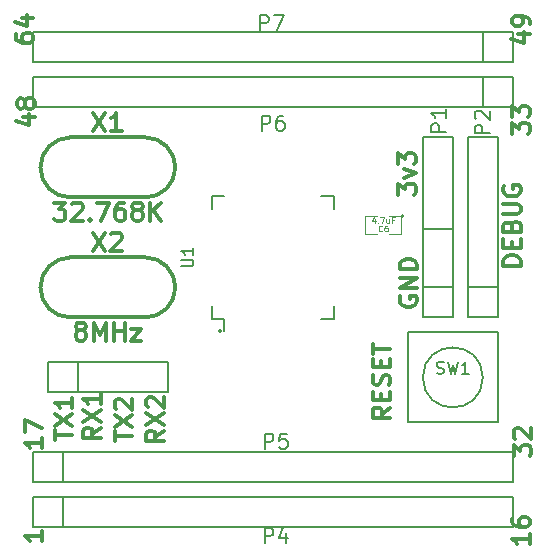
<source format=gto>
%FSLAX46Y46*%
G04 Gerber Fmt 4.6, Leading zero omitted, Abs format (unit mm)*
G04 Created by KiCad (PCBNEW (20140926 BZR5148)-product) date Sat 01 Nov 2014 11:29:57 PM CDT*
%MOMM*%
G01*
G04 APERTURE LIST*
%ADD10C,0.150000*%
%ADD11C,0.300000*%
%ADD12C,0.200000*%
%ADD13C,0.099060*%
%ADD14C,0.127000*%
%ADD15C,0.317500*%
%ADD16C,0.109220*%
%ADD17C,0.203200*%
%ADD18C,0.304800*%
G04 APERTURE END LIST*
D10*
D11*
X188400571Y-135429571D02*
X189400571Y-135429571D01*
X187829143Y-135786714D02*
X188900571Y-136143857D01*
X188900571Y-135215285D01*
X188543429Y-134429571D02*
X188472000Y-134572429D01*
X188400571Y-134643857D01*
X188257714Y-134715286D01*
X188186286Y-134715286D01*
X188043429Y-134643857D01*
X187972000Y-134572429D01*
X187900571Y-134429571D01*
X187900571Y-134143857D01*
X187972000Y-134001000D01*
X188043429Y-133929571D01*
X188186286Y-133858143D01*
X188257714Y-133858143D01*
X188400571Y-133929571D01*
X188472000Y-134001000D01*
X188543429Y-134143857D01*
X188543429Y-134429571D01*
X188614857Y-134572429D01*
X188686286Y-134643857D01*
X188829143Y-134715286D01*
X189114857Y-134715286D01*
X189257714Y-134643857D01*
X189329143Y-134572429D01*
X189400571Y-134429571D01*
X189400571Y-134143857D01*
X189329143Y-134001000D01*
X189257714Y-133929571D01*
X189114857Y-133858143D01*
X188829143Y-133858143D01*
X188686286Y-133929571D01*
X188614857Y-134001000D01*
X188543429Y-134143857D01*
X187773571Y-128444571D02*
X187773571Y-128730285D01*
X187845000Y-128873142D01*
X187916429Y-128944571D01*
X188130714Y-129087428D01*
X188416429Y-129158857D01*
X188987857Y-129158857D01*
X189130714Y-129087428D01*
X189202143Y-129016000D01*
X189273571Y-128873142D01*
X189273571Y-128587428D01*
X189202143Y-128444571D01*
X189130714Y-128373142D01*
X188987857Y-128301714D01*
X188630714Y-128301714D01*
X188487857Y-128373142D01*
X188416429Y-128444571D01*
X188345000Y-128587428D01*
X188345000Y-128873142D01*
X188416429Y-129016000D01*
X188487857Y-129087428D01*
X188630714Y-129158857D01*
X188273571Y-127016000D02*
X189273571Y-127016000D01*
X187702143Y-127373143D02*
X188773571Y-127730286D01*
X188773571Y-126801714D01*
X230310571Y-128444571D02*
X231310571Y-128444571D01*
X229739143Y-128801714D02*
X230810571Y-129158857D01*
X230810571Y-128230285D01*
X231310571Y-127587429D02*
X231310571Y-127301714D01*
X231239143Y-127158857D01*
X231167714Y-127087429D01*
X230953429Y-126944571D01*
X230667714Y-126873143D01*
X230096286Y-126873143D01*
X229953429Y-126944571D01*
X229882000Y-127016000D01*
X229810571Y-127158857D01*
X229810571Y-127444571D01*
X229882000Y-127587429D01*
X229953429Y-127658857D01*
X230096286Y-127730286D01*
X230453429Y-127730286D01*
X230596286Y-127658857D01*
X230667714Y-127587429D01*
X230739143Y-127444571D01*
X230739143Y-127158857D01*
X230667714Y-127016000D01*
X230596286Y-126944571D01*
X230453429Y-126873143D01*
X229810571Y-136850285D02*
X229810571Y-135921714D01*
X230382000Y-136421714D01*
X230382000Y-136207428D01*
X230453429Y-136064571D01*
X230524857Y-135993142D01*
X230667714Y-135921714D01*
X231024857Y-135921714D01*
X231167714Y-135993142D01*
X231239143Y-136064571D01*
X231310571Y-136207428D01*
X231310571Y-136636000D01*
X231239143Y-136778857D01*
X231167714Y-136850285D01*
X229810571Y-135421714D02*
X229810571Y-134493143D01*
X230382000Y-134993143D01*
X230382000Y-134778857D01*
X230453429Y-134636000D01*
X230524857Y-134564571D01*
X230667714Y-134493143D01*
X231024857Y-134493143D01*
X231167714Y-134564571D01*
X231239143Y-134636000D01*
X231310571Y-134778857D01*
X231310571Y-135207429D01*
X231239143Y-135350286D01*
X231167714Y-135421714D01*
X229937571Y-164155285D02*
X229937571Y-163226714D01*
X230509000Y-163726714D01*
X230509000Y-163512428D01*
X230580429Y-163369571D01*
X230651857Y-163298142D01*
X230794714Y-163226714D01*
X231151857Y-163226714D01*
X231294714Y-163298142D01*
X231366143Y-163369571D01*
X231437571Y-163512428D01*
X231437571Y-163941000D01*
X231366143Y-164083857D01*
X231294714Y-164155285D01*
X230080429Y-162655286D02*
X230009000Y-162583857D01*
X229937571Y-162441000D01*
X229937571Y-162083857D01*
X230009000Y-161941000D01*
X230080429Y-161869571D01*
X230223286Y-161798143D01*
X230366143Y-161798143D01*
X230580429Y-161869571D01*
X231437571Y-162726714D01*
X231437571Y-161798143D01*
X231310571Y-170719714D02*
X231310571Y-171576857D01*
X231310571Y-171148285D02*
X229810571Y-171148285D01*
X230024857Y-171291142D01*
X230167714Y-171434000D01*
X230239143Y-171576857D01*
X229810571Y-169434000D02*
X229810571Y-169719714D01*
X229882000Y-169862571D01*
X229953429Y-169934000D01*
X230167714Y-170076857D01*
X230453429Y-170148286D01*
X231024857Y-170148286D01*
X231167714Y-170076857D01*
X231239143Y-170005429D01*
X231310571Y-169862571D01*
X231310571Y-169576857D01*
X231239143Y-169434000D01*
X231167714Y-169362571D01*
X231024857Y-169291143D01*
X230667714Y-169291143D01*
X230524857Y-169362571D01*
X230453429Y-169434000D01*
X230382000Y-169576857D01*
X230382000Y-169862571D01*
X230453429Y-170005429D01*
X230524857Y-170076857D01*
X230667714Y-170148286D01*
X190035571Y-162591714D02*
X190035571Y-163448857D01*
X190035571Y-163020285D02*
X188535571Y-163020285D01*
X188749857Y-163163142D01*
X188892714Y-163306000D01*
X188964143Y-163448857D01*
X188535571Y-162091714D02*
X188535571Y-161091714D01*
X190035571Y-161734571D01*
X190035571Y-170513428D02*
X190035571Y-171370571D01*
X190035571Y-170941999D02*
X188535571Y-170941999D01*
X188749857Y-171084856D01*
X188892714Y-171227714D01*
X188964143Y-171370571D01*
X219499571Y-160039571D02*
X218785286Y-160539571D01*
X219499571Y-160896714D02*
X217999571Y-160896714D01*
X217999571Y-160325286D01*
X218071000Y-160182428D01*
X218142429Y-160111000D01*
X218285286Y-160039571D01*
X218499571Y-160039571D01*
X218642429Y-160111000D01*
X218713857Y-160182428D01*
X218785286Y-160325286D01*
X218785286Y-160896714D01*
X218713857Y-159396714D02*
X218713857Y-158896714D01*
X219499571Y-158682428D02*
X219499571Y-159396714D01*
X217999571Y-159396714D01*
X217999571Y-158682428D01*
X219428143Y-158111000D02*
X219499571Y-157896714D01*
X219499571Y-157539571D01*
X219428143Y-157396714D01*
X219356714Y-157325285D01*
X219213857Y-157253857D01*
X219071000Y-157253857D01*
X218928143Y-157325285D01*
X218856714Y-157396714D01*
X218785286Y-157539571D01*
X218713857Y-157825285D01*
X218642429Y-157968143D01*
X218571000Y-158039571D01*
X218428143Y-158111000D01*
X218285286Y-158111000D01*
X218142429Y-158039571D01*
X218071000Y-157968143D01*
X217999571Y-157825285D01*
X217999571Y-157468143D01*
X218071000Y-157253857D01*
X218713857Y-156611000D02*
X218713857Y-156111000D01*
X219499571Y-155896714D02*
X219499571Y-156611000D01*
X217999571Y-156611000D01*
X217999571Y-155896714D01*
X217999571Y-155468143D02*
X217999571Y-154611000D01*
X219499571Y-155039571D02*
X217999571Y-155039571D01*
X200322571Y-162000285D02*
X199608286Y-162500285D01*
X200322571Y-162857428D02*
X198822571Y-162857428D01*
X198822571Y-162286000D01*
X198894000Y-162143142D01*
X198965429Y-162071714D01*
X199108286Y-162000285D01*
X199322571Y-162000285D01*
X199465429Y-162071714D01*
X199536857Y-162143142D01*
X199608286Y-162286000D01*
X199608286Y-162857428D01*
X198822571Y-161500285D02*
X200322571Y-160500285D01*
X198822571Y-160500285D02*
X200322571Y-161500285D01*
X198965429Y-160000286D02*
X198894000Y-159928857D01*
X198822571Y-159786000D01*
X198822571Y-159428857D01*
X198894000Y-159286000D01*
X198965429Y-159214571D01*
X199108286Y-159143143D01*
X199251143Y-159143143D01*
X199465429Y-159214571D01*
X200322571Y-160071714D01*
X200322571Y-159143143D01*
X196155571Y-162893142D02*
X196155571Y-162035999D01*
X197655571Y-162464570D02*
X196155571Y-162464570D01*
X196155571Y-161678856D02*
X197655571Y-160678856D01*
X196155571Y-160678856D02*
X197655571Y-161678856D01*
X196298429Y-160178857D02*
X196227000Y-160107428D01*
X196155571Y-159964571D01*
X196155571Y-159607428D01*
X196227000Y-159464571D01*
X196298429Y-159393142D01*
X196441286Y-159321714D01*
X196584143Y-159321714D01*
X196798429Y-159393142D01*
X197655571Y-160250285D01*
X197655571Y-159321714D01*
X194988571Y-161746285D02*
X194274286Y-162246285D01*
X194988571Y-162603428D02*
X193488571Y-162603428D01*
X193488571Y-162032000D01*
X193560000Y-161889142D01*
X193631429Y-161817714D01*
X193774286Y-161746285D01*
X193988571Y-161746285D01*
X194131429Y-161817714D01*
X194202857Y-161889142D01*
X194274286Y-162032000D01*
X194274286Y-162603428D01*
X193488571Y-161246285D02*
X194988571Y-160246285D01*
X193488571Y-160246285D02*
X194988571Y-161246285D01*
X194988571Y-158889143D02*
X194988571Y-159746286D01*
X194988571Y-159317714D02*
X193488571Y-159317714D01*
X193702857Y-159460571D01*
X193845714Y-159603429D01*
X193917143Y-159746286D01*
X191075571Y-162766142D02*
X191075571Y-161908999D01*
X192575571Y-162337570D02*
X191075571Y-162337570D01*
X191075571Y-161551856D02*
X192575571Y-160551856D01*
X191075571Y-160551856D02*
X192575571Y-161551856D01*
X192575571Y-159194714D02*
X192575571Y-160051857D01*
X192575571Y-159623285D02*
X191075571Y-159623285D01*
X191289857Y-159766142D01*
X191432714Y-159909000D01*
X191504143Y-160051857D01*
X230548571Y-148010143D02*
X229048571Y-148010143D01*
X229048571Y-147653000D01*
X229120000Y-147438715D01*
X229262857Y-147295857D01*
X229405714Y-147224429D01*
X229691429Y-147153000D01*
X229905714Y-147153000D01*
X230191429Y-147224429D01*
X230334286Y-147295857D01*
X230477143Y-147438715D01*
X230548571Y-147653000D01*
X230548571Y-148010143D01*
X229762857Y-146510143D02*
X229762857Y-146010143D01*
X230548571Y-145795857D02*
X230548571Y-146510143D01*
X229048571Y-146510143D01*
X229048571Y-145795857D01*
X229762857Y-144653000D02*
X229834286Y-144438714D01*
X229905714Y-144367286D01*
X230048571Y-144295857D01*
X230262857Y-144295857D01*
X230405714Y-144367286D01*
X230477143Y-144438714D01*
X230548571Y-144581572D01*
X230548571Y-145153000D01*
X229048571Y-145153000D01*
X229048571Y-144653000D01*
X229120000Y-144510143D01*
X229191429Y-144438714D01*
X229334286Y-144367286D01*
X229477143Y-144367286D01*
X229620000Y-144438714D01*
X229691429Y-144510143D01*
X229762857Y-144653000D01*
X229762857Y-145153000D01*
X229048571Y-143653000D02*
X230262857Y-143653000D01*
X230405714Y-143581572D01*
X230477143Y-143510143D01*
X230548571Y-143367286D01*
X230548571Y-143081572D01*
X230477143Y-142938714D01*
X230405714Y-142867286D01*
X230262857Y-142795857D01*
X229048571Y-142795857D01*
X229120000Y-141295857D02*
X229048571Y-141438714D01*
X229048571Y-141653000D01*
X229120000Y-141867285D01*
X229262857Y-142010143D01*
X229405714Y-142081571D01*
X229691429Y-142153000D01*
X229905714Y-142153000D01*
X230191429Y-142081571D01*
X230334286Y-142010143D01*
X230477143Y-141867285D01*
X230548571Y-141653000D01*
X230548571Y-141510143D01*
X230477143Y-141295857D01*
X230405714Y-141224428D01*
X229905714Y-141224428D01*
X229905714Y-141510143D01*
D12*
X222250000Y-144907000D02*
X224790000Y-144907000D01*
D11*
X220357000Y-150621857D02*
X220285571Y-150764714D01*
X220285571Y-150979000D01*
X220357000Y-151193285D01*
X220499857Y-151336143D01*
X220642714Y-151407571D01*
X220928429Y-151479000D01*
X221142714Y-151479000D01*
X221428429Y-151407571D01*
X221571286Y-151336143D01*
X221714143Y-151193285D01*
X221785571Y-150979000D01*
X221785571Y-150836143D01*
X221714143Y-150621857D01*
X221642714Y-150550428D01*
X221142714Y-150550428D01*
X221142714Y-150836143D01*
X221785571Y-149907571D02*
X220285571Y-149907571D01*
X221785571Y-149050428D01*
X220285571Y-149050428D01*
X221785571Y-148336142D02*
X220285571Y-148336142D01*
X220285571Y-147978999D01*
X220357000Y-147764714D01*
X220499857Y-147621856D01*
X220642714Y-147550428D01*
X220928429Y-147478999D01*
X221142714Y-147478999D01*
X221428429Y-147550428D01*
X221571286Y-147621856D01*
X221714143Y-147764714D01*
X221785571Y-147978999D01*
X221785571Y-148336142D01*
X220158571Y-141993713D02*
X220158571Y-141065142D01*
X220730000Y-141565142D01*
X220730000Y-141350856D01*
X220801429Y-141207999D01*
X220872857Y-141136570D01*
X221015714Y-141065142D01*
X221372857Y-141065142D01*
X221515714Y-141136570D01*
X221587143Y-141207999D01*
X221658571Y-141350856D01*
X221658571Y-141779428D01*
X221587143Y-141922285D01*
X221515714Y-141993713D01*
X220658571Y-140565142D02*
X221658571Y-140207999D01*
X220658571Y-139850857D01*
X220158571Y-139422285D02*
X220158571Y-138493714D01*
X220730000Y-138993714D01*
X220730000Y-138779428D01*
X220801429Y-138636571D01*
X220872857Y-138565142D01*
X221015714Y-138493714D01*
X221372857Y-138493714D01*
X221515714Y-138565142D01*
X221587143Y-138636571D01*
X221658571Y-138779428D01*
X221658571Y-139208000D01*
X221587143Y-139350857D01*
X221515714Y-139422285D01*
D12*
X205232000Y-153543000D02*
G75*
G03X205232000Y-153543000I-127000J0D01*
G74*
G01*
D10*
X204375000Y-152495000D02*
X205450000Y-152495000D01*
X204375000Y-142145000D02*
X205450000Y-142145000D01*
X214725000Y-142145000D02*
X213650000Y-142145000D01*
X214725000Y-152495000D02*
X213650000Y-152495000D01*
X204375000Y-152495000D02*
X204375000Y-151420000D01*
X214725000Y-152495000D02*
X214725000Y-151420000D01*
X214725000Y-142145000D02*
X214725000Y-143220000D01*
X204375000Y-142145000D02*
X204375000Y-143220000D01*
X205450000Y-152495000D02*
X205450000Y-153520000D01*
D13*
X220675200Y-143814800D02*
G75*
G03X220675200Y-143814800I-127000J0D01*
G74*
G01*
X219405200Y-143814800D02*
X220421200Y-143814800D01*
X220421200Y-143814800D02*
X220421200Y-145338800D01*
X220421200Y-145338800D02*
X219405200Y-145338800D01*
X218389200Y-145338800D02*
X217373200Y-145338800D01*
X217373200Y-145338800D02*
X217373200Y-143814800D01*
X217373200Y-143814800D02*
X218389200Y-143814800D01*
D10*
X222250000Y-149860000D02*
X222250000Y-137160000D01*
X222250000Y-137160000D02*
X224790000Y-137160000D01*
X224790000Y-137160000D02*
X224790000Y-149860000D01*
X222250000Y-152400000D02*
X222250000Y-149860000D01*
X222250000Y-149860000D02*
X224790000Y-149860000D01*
X222250000Y-152400000D02*
X224790000Y-152400000D01*
X224790000Y-152400000D02*
X224790000Y-149860000D01*
X226060000Y-149860000D02*
X226060000Y-137160000D01*
X226060000Y-137160000D02*
X228600000Y-137160000D01*
X228600000Y-137160000D02*
X228600000Y-149860000D01*
X226060000Y-152400000D02*
X226060000Y-149860000D01*
X226060000Y-149860000D02*
X228600000Y-149860000D01*
X226060000Y-152400000D02*
X228600000Y-152400000D01*
X228600000Y-152400000D02*
X228600000Y-149860000D01*
X193040000Y-158750000D02*
X200660000Y-158750000D01*
X193040000Y-156210000D02*
X200660000Y-156210000D01*
X190500000Y-156210000D02*
X193040000Y-156210000D01*
X200660000Y-158750000D02*
X200660000Y-156210000D01*
X193040000Y-156210000D02*
X193040000Y-158750000D01*
X190500000Y-156210000D02*
X190500000Y-158750000D01*
X190500000Y-158750000D02*
X193040000Y-158750000D01*
X191770000Y-170180000D02*
X229870000Y-170180000D01*
X229870000Y-170180000D02*
X229870000Y-167640000D01*
X229870000Y-167640000D02*
X191770000Y-167640000D01*
X189230000Y-167640000D02*
X191770000Y-167640000D01*
X191770000Y-167640000D02*
X191770000Y-170180000D01*
X189230000Y-167640000D02*
X189230000Y-170180000D01*
X189230000Y-170180000D02*
X191770000Y-170180000D01*
X191770000Y-166370000D02*
X229870000Y-166370000D01*
X229870000Y-166370000D02*
X229870000Y-163830000D01*
X229870000Y-163830000D02*
X191770000Y-163830000D01*
X189230000Y-163830000D02*
X191770000Y-163830000D01*
X191770000Y-163830000D02*
X191770000Y-166370000D01*
X189230000Y-163830000D02*
X189230000Y-166370000D01*
X189230000Y-166370000D02*
X191770000Y-166370000D01*
X227330000Y-132080000D02*
X189230000Y-132080000D01*
X189230000Y-132080000D02*
X189230000Y-134620000D01*
X189230000Y-134620000D02*
X227330000Y-134620000D01*
X229870000Y-134620000D02*
X227330000Y-134620000D01*
X227330000Y-134620000D02*
X227330000Y-132080000D01*
X229870000Y-134620000D02*
X229870000Y-132080000D01*
X229870000Y-132080000D02*
X227330000Y-132080000D01*
X227330000Y-128270000D02*
X189230000Y-128270000D01*
X189230000Y-128270000D02*
X189230000Y-130810000D01*
X189230000Y-130810000D02*
X227330000Y-130810000D01*
X229870000Y-130810000D02*
X227330000Y-130810000D01*
X227330000Y-130810000D02*
X227330000Y-128270000D01*
X229870000Y-130810000D02*
X229870000Y-128270000D01*
X229870000Y-128270000D02*
X227330000Y-128270000D01*
D14*
X227330000Y-157480000D02*
G75*
G03X227330000Y-157480000I-2540000J0D01*
G74*
G01*
X220980000Y-153670000D02*
X228600000Y-153670000D01*
X228600000Y-153670000D02*
X228600000Y-161290000D01*
X228600000Y-161290000D02*
X220980000Y-161290000D01*
X220980000Y-153670000D02*
X220980000Y-161290000D01*
D15*
X192405000Y-142240000D02*
X198755000Y-142240000D01*
X192405000Y-137160000D02*
X198755000Y-137160000D01*
X201295000Y-139700000D02*
G75*
G03X198755000Y-137160000I-2540000J0D01*
G74*
G01*
X198755000Y-142240000D02*
G75*
G03X201295000Y-139700000I0J2540000D01*
G74*
G01*
X192405000Y-137160000D02*
G75*
G03X189865000Y-139700000I0J-2540000D01*
G74*
G01*
X189865000Y-139700000D02*
G75*
G03X192405000Y-142240000I2540000J0D01*
G74*
G01*
X192405000Y-152400000D02*
X198755000Y-152400000D01*
X192405000Y-147320000D02*
X198755000Y-147320000D01*
X201295000Y-149860000D02*
G75*
G03X198755000Y-147320000I-2540000J0D01*
G74*
G01*
X198755000Y-152400000D02*
G75*
G03X201295000Y-149860000I0J2540000D01*
G74*
G01*
X192405000Y-147320000D02*
G75*
G03X189865000Y-149860000I0J-2540000D01*
G74*
G01*
X189865000Y-149860000D02*
G75*
G03X192405000Y-152400000I2540000J0D01*
G74*
G01*
D10*
X201802381Y-148081905D02*
X202611905Y-148081905D01*
X202707143Y-148034286D01*
X202754762Y-147986667D01*
X202802381Y-147891429D01*
X202802381Y-147700952D01*
X202754762Y-147605714D01*
X202707143Y-147558095D01*
X202611905Y-147510476D01*
X201802381Y-147510476D01*
X202802381Y-146510476D02*
X202802381Y-147081905D01*
X202802381Y-146796191D02*
X201802381Y-146796191D01*
X201945238Y-146891429D01*
X202040476Y-146986667D01*
X202088095Y-147081905D01*
D16*
X218813804Y-145073007D02*
X218789976Y-145096835D01*
X218718493Y-145120662D01*
X218670838Y-145120662D01*
X218599355Y-145096835D01*
X218551700Y-145049180D01*
X218527872Y-145001524D01*
X218504044Y-144906214D01*
X218504044Y-144834731D01*
X218527872Y-144739420D01*
X218551700Y-144691765D01*
X218599355Y-144644110D01*
X218670838Y-144620282D01*
X218718493Y-144620282D01*
X218789976Y-144644110D01*
X218813804Y-144667938D01*
X219242701Y-144620282D02*
X219147390Y-144620282D01*
X219099735Y-144644110D01*
X219075907Y-144667938D01*
X219028252Y-144739420D01*
X219004424Y-144834731D01*
X219004424Y-145025352D01*
X219028252Y-145073007D01*
X219052080Y-145096835D01*
X219099735Y-145120662D01*
X219195045Y-145120662D01*
X219242701Y-145096835D01*
X219266528Y-145073007D01*
X219290356Y-145025352D01*
X219290356Y-144906214D01*
X219266528Y-144858559D01*
X219242701Y-144834731D01*
X219195045Y-144810903D01*
X219099735Y-144810903D01*
X219052080Y-144834731D01*
X219028252Y-144858559D01*
X219004424Y-144906214D01*
X218194286Y-144088576D02*
X218194286Y-144422162D01*
X218075148Y-143897955D02*
X217956009Y-144255369D01*
X218265769Y-144255369D01*
X218456389Y-144374507D02*
X218480217Y-144398335D01*
X218456389Y-144422162D01*
X218432561Y-144398335D01*
X218456389Y-144374507D01*
X218456389Y-144422162D01*
X218647010Y-143921782D02*
X218980597Y-143921782D01*
X218766148Y-144422162D01*
X219385666Y-144088576D02*
X219385666Y-144422162D01*
X219171217Y-144088576D02*
X219171217Y-144350680D01*
X219195045Y-144398335D01*
X219242700Y-144422162D01*
X219314183Y-144422162D01*
X219361838Y-144398335D01*
X219385666Y-144374507D01*
X219790735Y-144160059D02*
X219623942Y-144160059D01*
X219623942Y-144422162D02*
X219623942Y-143921782D01*
X219862218Y-143921782D01*
D17*
X224221524Y-136700381D02*
X222951524Y-136700381D01*
X222951524Y-136216572D01*
X223012000Y-136095619D01*
X223072476Y-136035143D01*
X223193429Y-135974667D01*
X223374857Y-135974667D01*
X223495810Y-136035143D01*
X223556286Y-136095619D01*
X223616762Y-136216572D01*
X223616762Y-136700381D01*
X224221524Y-134765143D02*
X224221524Y-135490857D01*
X224221524Y-135128000D02*
X222951524Y-135128000D01*
X223132952Y-135248952D01*
X223253905Y-135369905D01*
X223314381Y-135490857D01*
X227904524Y-136827381D02*
X226634524Y-136827381D01*
X226634524Y-136343572D01*
X226695000Y-136222619D01*
X226755476Y-136162143D01*
X226876429Y-136101667D01*
X227057857Y-136101667D01*
X227178810Y-136162143D01*
X227239286Y-136222619D01*
X227299762Y-136343572D01*
X227299762Y-136827381D01*
X226755476Y-135617857D02*
X226695000Y-135557381D01*
X226634524Y-135436429D01*
X226634524Y-135134048D01*
X226695000Y-135013095D01*
X226755476Y-134952619D01*
X226876429Y-134892143D01*
X226997381Y-134892143D01*
X227178810Y-134952619D01*
X227904524Y-135678333D01*
X227904524Y-134892143D01*
X208866619Y-171516524D02*
X208866619Y-170246524D01*
X209350428Y-170246524D01*
X209471381Y-170307000D01*
X209531857Y-170367476D01*
X209592333Y-170488429D01*
X209592333Y-170669857D01*
X209531857Y-170790810D01*
X209471381Y-170851286D01*
X209350428Y-170911762D01*
X208866619Y-170911762D01*
X210680905Y-170669857D02*
X210680905Y-171516524D01*
X210378524Y-170186048D02*
X210076143Y-171093190D01*
X210862333Y-171093190D01*
X208866619Y-163515524D02*
X208866619Y-162245524D01*
X209350428Y-162245524D01*
X209471381Y-162306000D01*
X209531857Y-162366476D01*
X209592333Y-162487429D01*
X209592333Y-162668857D01*
X209531857Y-162789810D01*
X209471381Y-162850286D01*
X209350428Y-162910762D01*
X208866619Y-162910762D01*
X210741381Y-162245524D02*
X210136619Y-162245524D01*
X210076143Y-162850286D01*
X210136619Y-162789810D01*
X210257571Y-162729333D01*
X210559952Y-162729333D01*
X210680905Y-162789810D01*
X210741381Y-162850286D01*
X210801857Y-162971238D01*
X210801857Y-163273619D01*
X210741381Y-163394571D01*
X210680905Y-163455048D01*
X210559952Y-163515524D01*
X210257571Y-163515524D01*
X210136619Y-163455048D01*
X210076143Y-163394571D01*
X208612619Y-136591524D02*
X208612619Y-135321524D01*
X209096428Y-135321524D01*
X209217381Y-135382000D01*
X209277857Y-135442476D01*
X209338333Y-135563429D01*
X209338333Y-135744857D01*
X209277857Y-135865810D01*
X209217381Y-135926286D01*
X209096428Y-135986762D01*
X208612619Y-135986762D01*
X210426905Y-135321524D02*
X210185000Y-135321524D01*
X210064048Y-135382000D01*
X210003571Y-135442476D01*
X209882619Y-135623905D01*
X209822143Y-135865810D01*
X209822143Y-136349619D01*
X209882619Y-136470571D01*
X209943095Y-136531048D01*
X210064048Y-136591524D01*
X210305952Y-136591524D01*
X210426905Y-136531048D01*
X210487381Y-136470571D01*
X210547857Y-136349619D01*
X210547857Y-136047238D01*
X210487381Y-135926286D01*
X210426905Y-135865810D01*
X210305952Y-135805333D01*
X210064048Y-135805333D01*
X209943095Y-135865810D01*
X209882619Y-135926286D01*
X209822143Y-136047238D01*
X208485619Y-128082524D02*
X208485619Y-126812524D01*
X208969428Y-126812524D01*
X209090381Y-126873000D01*
X209150857Y-126933476D01*
X209211333Y-127054429D01*
X209211333Y-127235857D01*
X209150857Y-127356810D01*
X209090381Y-127417286D01*
X208969428Y-127477762D01*
X208485619Y-127477762D01*
X209634667Y-126812524D02*
X210481333Y-126812524D01*
X209937048Y-128082524D01*
X223435334Y-157129238D02*
X223580477Y-157177619D01*
X223822381Y-157177619D01*
X223919143Y-157129238D01*
X223967524Y-157080857D01*
X224015905Y-156984095D01*
X224015905Y-156887333D01*
X223967524Y-156790571D01*
X223919143Y-156742190D01*
X223822381Y-156693810D01*
X223628858Y-156645429D01*
X223532096Y-156597048D01*
X223483715Y-156548667D01*
X223435334Y-156451905D01*
X223435334Y-156355143D01*
X223483715Y-156258381D01*
X223532096Y-156210000D01*
X223628858Y-156161619D01*
X223870762Y-156161619D01*
X224015905Y-156210000D01*
X224354572Y-156161619D02*
X224596477Y-157177619D01*
X224790000Y-156451905D01*
X224983524Y-157177619D01*
X225225429Y-156161619D01*
X226144667Y-157177619D02*
X225564096Y-157177619D01*
X225854382Y-157177619D02*
X225854382Y-156161619D01*
X225757620Y-156306762D01*
X225660858Y-156403524D01*
X225564096Y-156451905D01*
D18*
X194346285Y-135055429D02*
X195362285Y-136579429D01*
X195362285Y-135055429D02*
X194346285Y-136579429D01*
X196741143Y-136579429D02*
X195870286Y-136579429D01*
X196305714Y-136579429D02*
X196305714Y-135055429D01*
X196160571Y-135273143D01*
X196015429Y-135418286D01*
X195870286Y-135490857D01*
X191044285Y-142675429D02*
X191987714Y-142675429D01*
X191479714Y-143256000D01*
X191697428Y-143256000D01*
X191842571Y-143328571D01*
X191915142Y-143401143D01*
X191987714Y-143546286D01*
X191987714Y-143909143D01*
X191915142Y-144054286D01*
X191842571Y-144126857D01*
X191697428Y-144199429D01*
X191262000Y-144199429D01*
X191116857Y-144126857D01*
X191044285Y-144054286D01*
X192568286Y-142820571D02*
X192640857Y-142748000D01*
X192786000Y-142675429D01*
X193148857Y-142675429D01*
X193294000Y-142748000D01*
X193366571Y-142820571D01*
X193439143Y-142965714D01*
X193439143Y-143110857D01*
X193366571Y-143328571D01*
X192495714Y-144199429D01*
X193439143Y-144199429D01*
X194092286Y-144054286D02*
X194164858Y-144126857D01*
X194092286Y-144199429D01*
X194019715Y-144126857D01*
X194092286Y-144054286D01*
X194092286Y-144199429D01*
X194672857Y-142675429D02*
X195688857Y-142675429D01*
X195035714Y-144199429D01*
X196922572Y-142675429D02*
X196632286Y-142675429D01*
X196487143Y-142748000D01*
X196414572Y-142820571D01*
X196269429Y-143038286D01*
X196196858Y-143328571D01*
X196196858Y-143909143D01*
X196269429Y-144054286D01*
X196342001Y-144126857D01*
X196487143Y-144199429D01*
X196777429Y-144199429D01*
X196922572Y-144126857D01*
X196995143Y-144054286D01*
X197067715Y-143909143D01*
X197067715Y-143546286D01*
X196995143Y-143401143D01*
X196922572Y-143328571D01*
X196777429Y-143256000D01*
X196487143Y-143256000D01*
X196342001Y-143328571D01*
X196269429Y-143401143D01*
X196196858Y-143546286D01*
X197938572Y-143328571D02*
X197793430Y-143256000D01*
X197720858Y-143183429D01*
X197648287Y-143038286D01*
X197648287Y-142965714D01*
X197720858Y-142820571D01*
X197793430Y-142748000D01*
X197938572Y-142675429D01*
X198228858Y-142675429D01*
X198374001Y-142748000D01*
X198446572Y-142820571D01*
X198519144Y-142965714D01*
X198519144Y-143038286D01*
X198446572Y-143183429D01*
X198374001Y-143256000D01*
X198228858Y-143328571D01*
X197938572Y-143328571D01*
X197793430Y-143401143D01*
X197720858Y-143473714D01*
X197648287Y-143618857D01*
X197648287Y-143909143D01*
X197720858Y-144054286D01*
X197793430Y-144126857D01*
X197938572Y-144199429D01*
X198228858Y-144199429D01*
X198374001Y-144126857D01*
X198446572Y-144054286D01*
X198519144Y-143909143D01*
X198519144Y-143618857D01*
X198446572Y-143473714D01*
X198374001Y-143401143D01*
X198228858Y-143328571D01*
X199172287Y-144199429D02*
X199172287Y-142675429D01*
X200043144Y-144199429D02*
X199390001Y-143328571D01*
X200043144Y-142675429D02*
X199172287Y-143546286D01*
X194346285Y-145215429D02*
X195362285Y-146739429D01*
X195362285Y-145215429D02*
X194346285Y-146739429D01*
X195870286Y-145360571D02*
X195942857Y-145288000D01*
X196088000Y-145215429D01*
X196450857Y-145215429D01*
X196596000Y-145288000D01*
X196668571Y-145360571D01*
X196741143Y-145505714D01*
X196741143Y-145650857D01*
X196668571Y-145868571D01*
X195797714Y-146739429D01*
X196741143Y-146739429D01*
X193148857Y-153488571D02*
X193003715Y-153416000D01*
X192931143Y-153343429D01*
X192858572Y-153198286D01*
X192858572Y-153125714D01*
X192931143Y-152980571D01*
X193003715Y-152908000D01*
X193148857Y-152835429D01*
X193439143Y-152835429D01*
X193584286Y-152908000D01*
X193656857Y-152980571D01*
X193729429Y-153125714D01*
X193729429Y-153198286D01*
X193656857Y-153343429D01*
X193584286Y-153416000D01*
X193439143Y-153488571D01*
X193148857Y-153488571D01*
X193003715Y-153561143D01*
X192931143Y-153633714D01*
X192858572Y-153778857D01*
X192858572Y-154069143D01*
X192931143Y-154214286D01*
X193003715Y-154286857D01*
X193148857Y-154359429D01*
X193439143Y-154359429D01*
X193584286Y-154286857D01*
X193656857Y-154214286D01*
X193729429Y-154069143D01*
X193729429Y-153778857D01*
X193656857Y-153633714D01*
X193584286Y-153561143D01*
X193439143Y-153488571D01*
X194382572Y-154359429D02*
X194382572Y-152835429D01*
X194890572Y-153924000D01*
X195398572Y-152835429D01*
X195398572Y-154359429D01*
X196124286Y-154359429D02*
X196124286Y-152835429D01*
X196124286Y-153561143D02*
X196995143Y-153561143D01*
X196995143Y-154359429D02*
X196995143Y-152835429D01*
X197575714Y-153343429D02*
X198374000Y-153343429D01*
X197575714Y-154359429D01*
X198374000Y-154359429D01*
M02*

</source>
